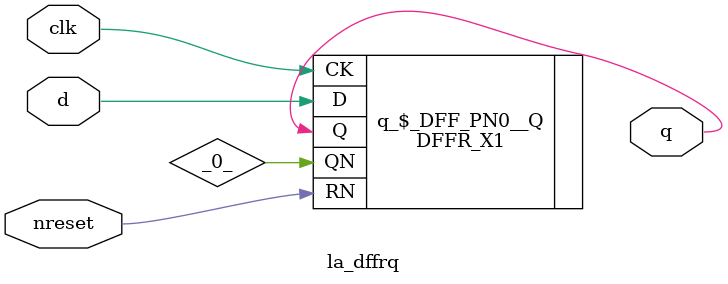
<source format=v>
/* Generated by Yosys 0.37 (git sha1 a5c7f69ed, clang 14.0.0-1ubuntu1.1 -fPIC -Os) */

module la_dffrq(d, clk, nreset, q);
  wire _0_;
  input clk;
  wire clk;
  input d;
  wire d;
  input nreset;
  wire nreset;
  output q;
  wire q;
  DFFR_X1 \q_$_DFF_PN0__Q  (
    .CK(clk),
    .D(d),
    .Q(q),
    .QN(_0_),
    .RN(nreset)
  );
endmodule

</source>
